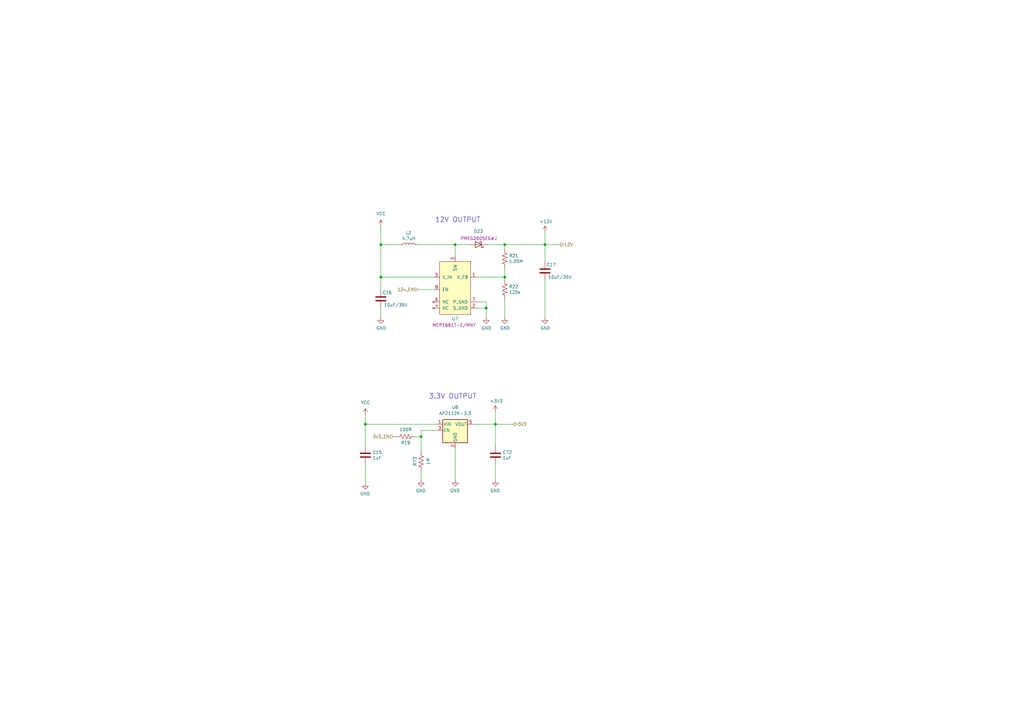
<source format=kicad_sch>
(kicad_sch (version 20230121) (generator eeschema)
  (paper "A3")
  (title_block (title "RCP CHARGING AND POWER MANAGEMENT"))
  (lib_symbols
    (symbol "Device:C" (pin_numbers hide) (pin_names (offset 0.254))
      (property "Reference" "C" (at 0.635 2.54 0))
      (property "Value" "C" (at 0.635 -2.54 0))
      (symbol "C_0_1"
        (polyline (pts (xy -2.032 -0.762) (xy 2.032 -0.762)) (stroke (width 0.508)))
        (polyline (pts (xy -2.032 0.762) (xy 2.032 0.762)) (stroke (width 0.508)))
      )
      (symbol "C_1_1"
        (pin passive line (at 0 3.81 270) (length 2.794) (name "~") (number "1"))
        (pin passive line (at 0 -3.81 90) (length 2.794) (name "~") (number "2"))
      )
    )
    (symbol "Device:L" (pin_numbers hide) (pin_names (offset 1.016) hide)
      (property "Reference" "L" (at -1.27 0 90))
      (property "Value" "L" (at 1.905 0 90))
      (symbol "L_0_1"
        (arc (start 0 -2.54) (mid 0.6323 -1.905) (end 0 -1.27))
        (arc (start 0 -1.27) (mid 0.6323 -0.635) (end 0 0))
        (arc (start 0 0) (mid 0.6323 0.635) (end 0 1.27))
        (arc (start 0 1.27) (mid 0.6323 1.905) (end 0 2.54))
      )
      (symbol "L_1_1"
        (pin passive line (at 0 3.81 270) (length 1.27) (name "1") (number "1"))
        (pin passive line (at 0 -3.81 90) (length 1.27) (name "2") (number "2"))
      )
    )
    (symbol "Device:R_US" (pin_numbers hide) (pin_names (offset 0))
      (property "Reference" "R" (at 2.54 0 90))
      (property "Value" "R_US" (at -2.54 0 90))
      (symbol "R_US_0_1"
        (polyline (pts (xy 0 -2.286) (xy 0 -2.54)))
        (polyline (pts (xy 0 2.286) (xy 0 2.54)))
        (polyline (pts (xy 0 -0.762) (xy 1.016 -1.143) (xy 0 -1.524) (xy -1.016 -1.905) (xy 0 -2.286)))
        (polyline (pts (xy 0 0.762) (xy 1.016 0.381) (xy 0 0) (xy -1.016 -0.381) (xy 0 -0.762)))
        (polyline (pts (xy 0 2.286) (xy 1.016 1.905) (xy 0 1.524) (xy -1.016 1.143) (xy 0 0.762)))
      )
      (symbol "R_US_1_1"
        (pin passive line (at 0 3.81 270) (length 1.27) (name "~") (number "1"))
        (pin passive line (at 0 -3.81 90) (length 1.27) (name "~") (number "2"))
      )
    )
    (symbol "Diode:PMEG6010CEH" (pin_numbers hide) (pin_names hide)
      (property "Reference" "D" (at 0 2.54 0))
      (property "Value" "PMEG6010CEH" (at 0 -2.54 0))
      (symbol "PMEG6010CEH_0_1"
        (polyline (pts (xy 1.27 0) (xy -1.27 0)))
        (polyline (pts (xy 1.27 1.27) (xy 1.27 -1.27) (xy -1.27 0) (xy 1.27 1.27)) (stroke (width 0.2032)))
        (polyline (pts (xy -1.905 0.635) (xy -1.905 1.27) (xy -1.27 1.27) (xy -1.27 -1.27) (xy -0.635 -1.27) (xy -0.635 -0.635)) (stroke (width 0.2032)))
      )
      (symbol "PMEG6010CEH_1_1"
        (pin passive line (at -3.81 0 0) (length 2.54) (name "K") (number "1"))
        (pin passive line (at 3.81 0 180) (length 2.54) (name "A") (number "2"))
      )
    )
    (symbol "MyLibrary:MCP1661" (pin_names (offset 1.016))
      (property "Reference" "U" (at -3.81 10.16 0))
      (property "Value" "MyLibrary_MCP1661" (at 6.35 10.16 0))
      (symbol "MCP1661_0_1"
        (rectangle (start -6.35 8.89) (end 6.35 -12.7) (fill (type background)))
      )
      (symbol "MCP1661_1_1"
        (pin input line (at 8.89 2.54 180) (length 2.54) (name "V_FB") (number "1"))
        (pin input line (at 8.89 -10.16 180) (length 2.54) (name "S_GND") (number "2"))
        (pin input line (at 0 11.43 270) (length 2.54) (name "SW") (number "3"))
        (pin no_connect line (at -8.89 -10.16 0) (length 2.54) (name "NC") (number "4"))
        (pin input line (at -8.89 2.54 0) (length 2.54) (name "V_IN") (number "5"))
        (pin no_connect line (at -8.89 -7.62 0) (length 2.54) (name "NC") (number "6"))
        (pin input line (at 8.89 -7.62 180) (length 2.54) (name "P_GND") (number "7"))
        (pin input line (at -8.89 -2.54 0) (length 2.54) (name "EN") (number "8"))
      )
    )
    (symbol "Regulator_Linear:AP2112K-3.3" (pin_names (offset 0.254))
      (property "Reference" "U" (at -5.08 5.715 0))
      (property "Value" "AP2112K-3.3" (at 0 5.715 0))
      (symbol "AP2112K-3.3_0_1"
        (rectangle (start -5.08 4.445) (end 5.08 -5.08) (stroke (width 0.254)) (fill (type background)))
      )
      (symbol "AP2112K-3.3_1_1"
        (pin power_in line (at -7.62 2.54 0) (length 2.54) (name "VIN") (number "1"))
        (pin power_in line (at 0 -7.62 90) (length 2.54) (name "GND") (number "2"))
        (pin input line (at -7.62 0 0) (length 2.54) (name "EN") (number "3"))
        (pin no_connect line (at 5.08 0 180) (length 2.54) hide (name "NC") (number "4"))
        (pin power_out line (at 7.62 2.54 180) (length 2.54) (name "VOUT") (number "5"))
      )
    )
    (symbol "power:+12V" (power) (pin_names (offset 0))
      (property "Value" "+12V" (at 0 3.556 0))
      (symbol "+12V_0_1"
        (polyline (pts (xy -0.762 1.27) (xy 0 2.54)))
        (polyline (pts (xy 0 0) (xy 0 2.54)))
        (polyline (pts (xy 0 2.54) (xy 0.762 1.27)))
      )
      (symbol "+12V_1_1"
        (pin power_in line (at 0 0 90) (length 0) hide (name "+12V") (number "1"))
      )
    )
    (symbol "power:+3V3" (power) (pin_names (offset 0))
      (property "Value" "+3V3" (at 0 3.556 0))
      (symbol "+3V3_0_1"
        (polyline (pts (xy -0.762 1.27) (xy 0 2.54)))
        (polyline (pts (xy 0 0) (xy 0 2.54)))
        (polyline (pts (xy 0 2.54) (xy 0.762 1.27)))
      )
      (symbol "+3V3_1_1"
        (pin power_in line (at 0 0 90) (length 0) hide (name "+3V3") (number "1"))
      )
    )
    (symbol "power:GND" (power) (pin_names (offset 0))
      (property "Value" "GND" (at 0 -3.81 0))
      (symbol "GND_0_1"
        (polyline (pts (xy 0 0) (xy 0 -1.27) (xy 1.27 -1.27) (xy 0 -2.54) (xy -1.27 -1.27) (xy 0 -1.27)))
      )
      (symbol "GND_1_1"
        (pin power_in line (at 0 0 270) (length 0) hide (name "GND") (number "1"))
      )
    )
    (symbol "power:VCC" (power) (pin_names (offset 0))
      (property "Value" "VCC" (at 0 3.81 0))
      (symbol "VCC_0_1"
        (polyline (pts (xy -0.762 1.27) (xy 0 2.54)))
        (polyline (pts (xy 0 0) (xy 0 2.54)))
        (polyline (pts (xy 0 2.54) (xy 0.762 1.27)))
      )
      (symbol "VCC_1_1"
        (pin power_in line (at 0 0 90) (length 0) hide (name "VCC") (number "1"))
      )
    )
  )
  (junction (at 207.01 100.33))
  (junction (at 186.69 100.33))
  (junction (at 172.72 179.07))
  (junction (at 156.21 100.33))
  (junction (at 223.52 100.33))
  (junction (at 149.86 173.99))
  (junction (at 156.21 113.665))
  (junction (at 207.01 113.665))
  (junction (at 199.39 126.365))
  (junction (at 203.2 173.99))
  (wire (pts (xy 195.58 123.825) (xy 199.39 123.825)))
  (wire (pts (xy 177.8 113.665) (xy 156.21 113.665)))
  (wire (pts (xy 172.72 196.85) (xy 172.72 193.04)))
  (wire (pts (xy 149.86 190.5) (xy 149.86 198.12)))
  (wire (pts (xy 203.2 173.99) (xy 203.2 182.88)))
  (wire (pts (xy 223.52 100.33) (xy 223.52 107.315)))
  (wire (pts (xy 170.18 179.07) (xy 172.72 179.07)))
  (wire (pts (xy 203.2 190.5) (xy 203.2 196.85)))
  (wire (pts (xy 203.2 168.91) (xy 203.2 173.99)))
  (wire (pts (xy 223.52 100.33) (xy 229.87 100.33)))
  (wire (pts (xy 186.69 184.15) (xy 186.69 196.85)))
  (wire (pts (xy 149.86 182.88) (xy 149.86 173.99)))
  (wire (pts (xy 195.58 126.365) (xy 199.39 126.365)))
  (wire (pts (xy 207.01 122.555) (xy 207.01 130.175)))
  (wire (pts (xy 210.82 173.99) (xy 203.2 173.99)))
  (wire (pts (xy 195.58 113.665) (xy 207.01 113.665)))
  (wire (pts (xy 223.52 100.33) (xy 207.01 100.33)))
  (wire (pts (xy 156.21 126.365) (xy 156.21 130.175)))
  (wire (pts (xy 156.21 100.33) (xy 156.21 92.71)))
  (wire (pts (xy 223.52 95.25) (xy 223.52 100.33)))
  (wire (pts (xy 186.69 100.33) (xy 186.69 104.775)))
  (wire (pts (xy 172.72 179.07) (xy 172.72 185.42)))
  (wire (pts (xy 207.01 100.33) (xy 207.01 102.235)))
  (wire (pts (xy 207.01 109.855) (xy 207.01 113.665)))
  (wire (pts (xy 149.86 173.99) (xy 149.86 170.18)))
  (wire (pts (xy 199.39 123.825) (xy 199.39 126.365)))
  (wire (pts (xy 172.72 176.53) (xy 179.07 176.53)))
  (wire (pts (xy 223.52 130.175) (xy 223.52 114.935)))
  (wire (pts (xy 199.39 126.365) (xy 199.39 130.175)))
  (wire (pts (xy 149.86 173.99) (xy 179.07 173.99)))
  (wire (pts (xy 156.21 113.665) (xy 156.21 100.33)))
  (wire (pts (xy 161.29 179.07) (xy 162.56 179.07)))
  (wire (pts (xy 172.72 179.07) (xy 172.72 176.53)))
  (wire (pts (xy 177.8 118.745) (xy 171.45 118.745)))
  (wire (pts (xy 156.21 118.745) (xy 156.21 113.665)))
  (wire (pts (xy 203.2 173.99) (xy 194.31 173.99)))
  (wire (pts (xy 200.025 100.33) (xy 207.01 100.33)))
  (wire (pts (xy 207.01 113.665) (xy 207.01 114.935)))
  (wire (pts (xy 156.21 100.33) (xy 163.83 100.33)))
  (wire (pts (xy 171.45 100.33) (xy 186.69 100.33)))
  (wire (pts (xy 186.69 100.33) (xy 192.405 100.33)))
  (text "12V OUTPUT" (at 178.435 91.44 0) (effects (font (size 2.0066 2.0066)) (justify left bottom)))
  (text "3.3V OUTPUT" (at 175.895 163.83 0) (effects (font (size 2.0066 2.0066)) (justify left bottom)))
  (hierarchical_label "3V3" (shape output) (at 210.82 173.99 0))
  (hierarchical_label "12v_EN" (shape input) (at 171.45 118.745 180))
  (hierarchical_label "12V" (shape output) (at 229.87 100.33 0))
  (hierarchical_label "3v3_EN" (shape input) (at 161.29 179.07 180))
  (symbol (lib_id "power:+3V3") (at 203.2 168.91 0) (unit 1)
    (property "Reference" "#PWR0133" (effects hide))
    (property "Value" "+3V3" (at 203.581 164.5158 0))
  )
  (symbol (lib_id "power:GND") (at 186.69 196.85 0) (mirror y) (unit 1)
    (property "Reference" "#PWR0134" (effects hide))
    (property "Value" "GND" (at 186.563 201.2442 0))
  )
  (symbol (lib_id "Device:R_US") (at 166.37 179.07 270) (unit 1)
    (property "Reference" "R19" (at 166.37 181.61 90))
    (property "Value" "100R" (at 166.37 176.1744 90))
    (property "Footprint" "Resistor_SMD:R_0603_1608Metric" (effects hide))
  )
  (symbol (lib_id "power:GND") (at 156.21 130.175 0) (unit 1)
    (property "Reference" "#PWR0136" (effects hide))
    (property "Value" "GND" (at 156.337 134.5692 0))
  )
  (symbol (lib_id "Device:L") (at 167.64 100.33 90) (unit 1)
    (property "Reference" "L2" (at 167.64 95.504 90))
    (property "Value" "4.7uH" (at 167.64 97.8154 90))
    (property "Footprint" "MyFootprints:Inductor_Wurth_74438336100" (effects hide))
    (property "Datasheet" "https://www.we-online.de/katalog/datasheet/74438336100.pdf" (effects hide))
    (property "Mfg. Name" "Wurth" (effects hide))
    (property "Mfg. Part No." "74438336047" (effects hide))
  )
  (symbol (lib_id "Device:R_US") (at 207.01 106.045 0) (unit 1)
    (property "Reference" "R21" (at 208.7372 104.8766 0) (effects (justify left)))
    (property "Value" "1.05M" (at 208.7372 107.188 0) (effects (justify left)))
    (property "Footprint" "Resistor_SMD:R_0603_1608Metric" (effects hide))
  )
  (symbol (lib_id "Device:R_US") (at 207.01 118.745 0) (unit 1)
    (property "Reference" "R22" (at 208.7372 117.5766 0) (effects (justify left)))
    (property "Value" "120k" (at 208.7372 119.888 0) (effects (justify left)))
    (property "Footprint" "Resistor_SMD:R_0603_1608Metric" (effects hide))
  )
  (symbol (lib_id "power:GND") (at 207.01 130.175 0) (unit 1)
    (property "Reference" "#PWR0137" (effects hide))
    (property "Value" "GND" (at 207.137 134.5692 0))
  )
  (symbol (lib_id "Device:C") (at 223.52 111.125 0) (unit 1)
    (property "Reference" "C17" (at 224.155 108.585 0) (effects (justify left)))
    (property "Value" "10uF/35V" (at 224.79 113.665 0) (effects (justify left)))
    (property "Footprint" "Resistor_SMD:R_1206_3216Metric" (effects hide))
    (property "Mfg. Name" "TDK" (effects hide))
    (property "Mfg. Part No." "CGA5L1X7R1V106K160AC" (effects hide))
  )
  (symbol (lib_id "power:+12V") (at 223.52 95.25 0) (unit 1)
    (property "Reference" "#PWR0142" (effects hide))
    (property "Value" "+12V" (at 223.901 90.8558 0))
  )
  (symbol (lib_id "Device:R_US") (at 172.72 189.23 180) (unit 1)
    (property "Reference" "R73" (at 170.18 189.23 90))
    (property "Value" "1M" (at 175.6156 189.23 90))
    (property "Footprint" "Resistor_SMD:R_0603_1608Metric" (effects hide))
  )
  (symbol (lib_id "power:GND") (at 172.72 196.85 0) (mirror y) (unit 1)
    (property "Reference" "#PWR0238" (effects hide))
    (property "Value" "GND" (at 172.593 201.2442 0))
  )
  (symbol (lib_id "power:GND") (at 203.2 196.85 0) (mirror y) (unit 1)
    (property "Reference" "#PWR0239" (effects hide))
    (property "Value" "GND" (at 203.073 201.2442 0))
  )
  (symbol (lib_id "power:GND") (at 149.86 198.12 0) (mirror y) (unit 1)
    (property "Reference" "#PWR0240" (effects hide))
    (property "Value" "GND" (at 149.733 202.5142 0))
  )
  (symbol (lib_id "MyLibrary:MCP1661") (at 186.69 116.205 0) (unit 1)
    (property "Reference" "U7" (at 186.69 130.7338 0))
    (property "Value" "12V Boost Converter" (effects hide))
    (property "Footprint" "MyFootprints:BoostConverter_MCP1661" (effects hide))
    (property "Datasheet" "https://ww1.microchip.com/downloads/en/DeviceDoc/20005315B.pdf" (effects hide))
    (property "Mfg. Name" "Microchip" (effects hide))
    (property "Mfg. Part No." "MCP1661T-E/MNY " (at 186.69 133.35 0))
  )
  (symbol (lib_id "power:GND") (at 199.39 130.175 0) (unit 1)
    (property "Reference" "#PWR0241" (effects hide))
    (property "Value" "GND" (at 199.517 134.5692 0))
  )
  (symbol (lib_id "power:GND") (at 223.52 130.175 0) (unit 1)
    (property "Reference" "#PWR0242" (effects hide))
    (property "Value" "GND" (at 223.647 134.5692 0))
  )
  (symbol (lib_id "Diode:PMEG6010CEH") (at 196.215 100.33 180) (unit 1)
    (property "Reference" "D23" (at 196.215 94.8436 0))
    (property "Value" "20V 500mA Schottky for 12V Stage" (effects hide))
    (property "Footprint" "Diode_SMD:D_SOD-123" (effects hide))
    (property "Datasheet" "https://assets.nexperia.com/documents/data-sheet/PMEG2005EGW.pdf" (effects hide))
    (property "Mfg. Name" "Nexperia" (effects hide))
    (property "Mfg. Part No." "PMEG2005EGWJ " (at 196.85 97.79 0))
  )
  (symbol (lib_id "Device:C") (at 156.21 122.555 0) (unit 1)
    (property "Reference" "C16" (at 156.845 120.015 0) (effects (justify left)))
    (property "Value" "10uF/35V" (at 157.48 125.095 0) (effects (justify left)))
    (property "Footprint" "Resistor_SMD:R_1206_3216Metric" (effects hide))
    (property "Mfg. Name" "TDK" (effects hide))
    (property "Mfg. Part No." "CGA5L1X7R1V106K160AC" (effects hide))
  )
  (symbol (lib_id "Device:C") (at 149.86 186.69 0) (unit 1)
    (property "Reference" "C15" (at 152.781 185.5216 0) (effects (justify left)))
    (property "Value" "1uF" (at 152.781 187.833 0) (effects (justify left)))
    (property "Footprint" "Capacitor_SMD:C_0805_2012Metric" (effects hide))
    (property "Mfg. Name" "Kemet" (effects hide))
    (property "Mfg. Part No." "C0805C105K4RACTU" (effects hide))
  )
  (symbol (lib_id "power:VCC") (at 149.86 170.18 0) (unit 1)
    (property "Reference" "#PWR09" (effects hide))
    (property "Value" "VCC" (at 149.86 165.1 0))
    (instances (project "SARD_Motherboard" (path "" (reference "#PWR09") (unit 1)) (path "" (reference "#PWR016") (unit 1))))
  )
  (symbol (lib_id "Regulator_Linear:AP2112K-3.3") (at 186.69 176.53 0) (unit 1)
    (property "Reference" "U6" (at 186.69 167.005 0))
    (property "Value" "AP2112K-3.3" (at 186.69 169.545 0))
    (property "Footprint" "Package_TO_SOT_SMD:SOT-23-5" (effects hide))
    (property "Datasheet" "https://www.diodes.com/assets/Datasheets/AP2112.pdf" (effects hide))
  )
  (symbol (lib_id "power:VCC") (at 156.21 92.71 0) (unit 1)
    (property "Reference" "#PWR09" (effects hide))
    (property "Value" "VCC" (at 156.21 87.63 0))
    (instances (project "SARD_Motherboard" (path "" (reference "#PWR09") (unit 1)) (path "" (reference "#PWR015") (unit 1))))
  )
  (symbol (lib_id "Device:C") (at 203.2 186.69 0) (unit 1)
    (property "Reference" "C72" (at 206.121 185.5216 0) (effects (justify left)))
    (property "Value" "1uF" (at 206.121 187.833 0) (effects (justify left)))
    (property "Footprint" "Capacitor_SMD:C_0805_2012Metric" (effects hide))
    (property "Mfg. Name" "Kemet" (effects hide))
    (property "Mfg. Part No." "C0805C105K4RACTU" (effects hide))
  )
)
</source>
